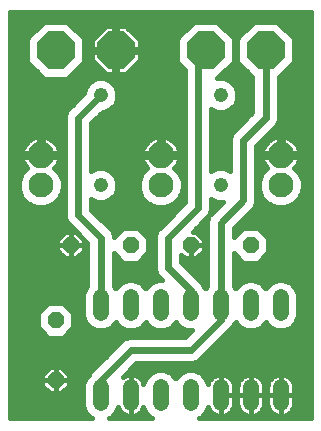
<source format=gbl>
G75*
G70*
%OFA0B0*%
%FSLAX24Y24*%
%IPPOS*%
%LPD*%
%AMOC8*
5,1,8,0,0,1.08239X$1,22.5*
%
%ADD10C,0.0520*%
%ADD11C,0.0886*%
%ADD12C,0.0827*%
%ADD13C,0.0476*%
%ADD14OC8,0.0520*%
%ADD15OC8,0.1250*%
%ADD16C,0.0160*%
%ADD17C,0.0240*%
D10*
X003680Y001170D02*
X003680Y001690D01*
X004680Y001690D02*
X004680Y001170D01*
X005680Y001170D02*
X005680Y001690D01*
X006680Y001690D02*
X006680Y001170D01*
X007680Y001170D02*
X007680Y001690D01*
X008680Y001690D02*
X008680Y001170D01*
X009680Y001170D02*
X009680Y001690D01*
X009680Y004170D02*
X009680Y004690D01*
X008680Y004690D02*
X008680Y004170D01*
X007680Y004170D02*
X007680Y004690D01*
X006680Y004690D02*
X006680Y004170D01*
X005680Y004170D02*
X005680Y004690D01*
X004680Y004690D02*
X004680Y004170D01*
X003680Y004170D02*
X003680Y004690D01*
D11*
X001680Y009430D03*
X005680Y009430D03*
X009680Y009430D03*
D12*
X009680Y008430D03*
X005680Y008430D03*
X001680Y008430D03*
D13*
X003680Y008430D03*
X003680Y011430D03*
X007680Y011430D03*
X007680Y008430D03*
D14*
X006680Y006430D03*
X004680Y006430D03*
X002680Y006430D03*
X002180Y003930D03*
X002180Y001930D03*
X008680Y006430D03*
D15*
X009180Y012930D03*
X007180Y012930D03*
X004180Y012930D03*
X002180Y012930D03*
D16*
X000660Y014200D02*
X000660Y000660D01*
X003396Y000660D01*
X003351Y000678D01*
X003188Y000841D01*
X003100Y001055D01*
X003100Y001805D01*
X003188Y002019D01*
X003277Y002108D01*
X003307Y002179D01*
X004307Y003179D01*
X004431Y003303D01*
X004592Y003370D01*
X006498Y003370D01*
X006718Y003590D01*
X006565Y003590D01*
X006351Y003678D01*
X006188Y003841D01*
X006180Y003861D01*
X006172Y003841D01*
X006009Y003678D01*
X005795Y003590D01*
X005565Y003590D01*
X005351Y003678D01*
X005188Y003841D01*
X005180Y003861D01*
X005172Y003841D01*
X005009Y003678D01*
X004795Y003590D01*
X004565Y003590D01*
X004351Y003678D01*
X004188Y003841D01*
X004180Y003861D01*
X004172Y003841D01*
X004009Y003678D01*
X003795Y003590D01*
X003565Y003590D01*
X003351Y003678D01*
X003188Y003841D01*
X003100Y004055D01*
X003100Y004805D01*
X003188Y005019D01*
X003240Y005070D01*
X003240Y006498D01*
X002681Y007057D01*
X002557Y007181D01*
X002490Y007342D01*
X002490Y010768D01*
X002557Y010929D01*
X003122Y011494D01*
X003122Y011541D01*
X003207Y011746D01*
X003364Y011903D01*
X003569Y011988D01*
X003791Y011988D01*
X003996Y011903D01*
X004153Y011746D01*
X004238Y011541D01*
X004238Y011319D01*
X004153Y011114D01*
X003996Y010957D01*
X003791Y010872D01*
X003744Y010872D01*
X003370Y010498D01*
X003370Y008905D01*
X003569Y008988D01*
X003791Y008988D01*
X003996Y008903D01*
X004153Y008746D01*
X004238Y008541D01*
X004238Y008319D01*
X004153Y008114D01*
X003996Y007957D01*
X003791Y007872D01*
X003569Y007872D01*
X003370Y007955D01*
X003370Y007612D01*
X004053Y006929D01*
X004120Y006768D01*
X004120Y006690D01*
X004440Y007010D01*
X004920Y007010D01*
X005260Y006670D01*
X005260Y006190D01*
X004920Y005850D01*
X004440Y005850D01*
X004120Y006170D01*
X004120Y005070D01*
X004172Y005019D01*
X004180Y004999D01*
X004188Y005019D01*
X004351Y005182D01*
X004565Y005270D01*
X004795Y005270D01*
X005009Y005182D01*
X005172Y005019D01*
X005180Y004999D01*
X005188Y005019D01*
X005351Y005182D01*
X005565Y005270D01*
X005718Y005270D01*
X005557Y005431D01*
X005490Y005592D01*
X005490Y006768D01*
X005557Y006929D01*
X005681Y007053D01*
X006490Y007862D01*
X006490Y012284D01*
X006235Y012539D01*
X006235Y013321D01*
X006789Y013875D01*
X007571Y013875D01*
X008125Y013321D01*
X008125Y012539D01*
X007574Y011988D01*
X007791Y011988D01*
X007996Y011903D01*
X008153Y011746D01*
X008238Y011541D01*
X008238Y011319D01*
X008153Y011114D01*
X007996Y010957D01*
X007791Y010872D01*
X007569Y010872D01*
X007370Y010955D01*
X007370Y008905D01*
X007569Y008988D01*
X007791Y008988D01*
X007990Y008905D01*
X007990Y010018D01*
X008057Y010179D01*
X008181Y010303D01*
X008740Y010862D01*
X008740Y012034D01*
X008235Y012539D01*
X008235Y013321D01*
X008789Y013875D01*
X009571Y013875D01*
X010125Y013321D01*
X010125Y012539D01*
X009620Y012034D01*
X009620Y010592D01*
X009553Y010431D01*
X008870Y009748D01*
X008870Y007842D01*
X008803Y007681D01*
X008120Y006998D01*
X008120Y006690D01*
X008440Y007010D01*
X008920Y007010D01*
X009260Y006670D01*
X009260Y006190D01*
X008920Y005850D01*
X008440Y005850D01*
X008120Y006170D01*
X008120Y005070D01*
X008172Y005019D01*
X008180Y004999D01*
X008188Y005019D01*
X008351Y005182D01*
X008565Y005270D01*
X008795Y005270D01*
X009009Y005182D01*
X009172Y005019D01*
X009180Y004999D01*
X009188Y005019D01*
X009351Y005182D01*
X009565Y005270D01*
X009795Y005270D01*
X010009Y005182D01*
X010172Y005019D01*
X010260Y004805D01*
X010260Y004055D01*
X010172Y003841D01*
X010009Y003678D01*
X009795Y003590D01*
X009565Y003590D01*
X009351Y003678D01*
X009188Y003841D01*
X009180Y003861D01*
X009172Y003841D01*
X009009Y003678D01*
X008795Y003590D01*
X008565Y003590D01*
X008351Y003678D01*
X008188Y003841D01*
X008180Y003861D01*
X008172Y003841D01*
X008083Y003752D01*
X008053Y003681D01*
X007929Y003557D01*
X006929Y002557D01*
X006768Y002490D01*
X004862Y002490D01*
X004410Y002038D01*
X004449Y002066D01*
X004511Y002098D01*
X004577Y002119D01*
X004645Y002130D01*
X004680Y002130D01*
X004680Y001430D01*
X004680Y001430D01*
X004680Y002130D01*
X004715Y002130D01*
X004783Y002119D01*
X004849Y002098D01*
X004911Y002066D01*
X004967Y002026D01*
X005016Y001977D01*
X005056Y001921D01*
X005088Y001859D01*
X005103Y001812D01*
X005188Y002019D01*
X005351Y002182D01*
X005565Y002270D01*
X005795Y002270D01*
X006009Y002182D01*
X006172Y002019D01*
X006180Y001999D01*
X006188Y002019D01*
X006351Y002182D01*
X006565Y002270D01*
X006795Y002270D01*
X007009Y002182D01*
X007172Y002019D01*
X007257Y001812D01*
X007272Y001859D01*
X007304Y001921D01*
X007344Y001977D01*
X007393Y002026D01*
X007449Y002066D01*
X007511Y002098D01*
X007577Y002119D01*
X007645Y002130D01*
X007680Y002130D01*
X007680Y001430D01*
X007680Y001430D01*
X008120Y001430D01*
X008120Y001725D01*
X008109Y001793D01*
X008088Y001859D01*
X008056Y001921D01*
X008016Y001977D01*
X007967Y002026D01*
X007911Y002066D01*
X007849Y002098D01*
X007783Y002119D01*
X007715Y002130D01*
X007680Y002130D01*
X007680Y001430D01*
X007680Y001430D01*
X008120Y001430D01*
X008120Y001135D01*
X008109Y001067D01*
X008088Y001001D01*
X008056Y000939D01*
X008016Y000883D01*
X007967Y000834D01*
X007911Y000794D01*
X007849Y000762D01*
X007783Y000741D01*
X007715Y000730D01*
X007680Y000730D01*
X007680Y001430D01*
X007680Y001430D01*
X007680Y000730D01*
X007645Y000730D01*
X007577Y000741D01*
X007511Y000762D01*
X007449Y000794D01*
X007393Y000834D01*
X007344Y000883D01*
X007304Y000939D01*
X007272Y001001D01*
X007257Y001048D01*
X007172Y000841D01*
X007009Y000678D01*
X006964Y000660D01*
X010700Y000660D01*
X010700Y014200D01*
X000660Y014200D01*
X000660Y014128D02*
X010700Y014128D01*
X010700Y013970D02*
X000660Y013970D01*
X000660Y013811D02*
X001725Y013811D01*
X001789Y013875D02*
X001235Y013321D01*
X001235Y012539D01*
X001789Y011985D01*
X002571Y011985D01*
X003125Y012539D01*
X003125Y013321D01*
X002571Y013875D01*
X001789Y013875D01*
X001566Y013653D02*
X000660Y013653D01*
X000660Y013494D02*
X001408Y013494D01*
X001249Y013336D02*
X000660Y013336D01*
X000660Y013177D02*
X001235Y013177D01*
X001235Y013019D02*
X000660Y013019D01*
X000660Y012860D02*
X001235Y012860D01*
X001235Y012702D02*
X000660Y012702D01*
X000660Y012543D02*
X001235Y012543D01*
X001389Y012385D02*
X000660Y012385D01*
X000660Y012226D02*
X001548Y012226D01*
X001706Y012068D02*
X000660Y012068D01*
X000660Y011909D02*
X003379Y011909D01*
X003212Y011751D02*
X000660Y011751D01*
X000660Y011592D02*
X003143Y011592D01*
X003061Y011434D02*
X000660Y011434D01*
X000660Y011275D02*
X002903Y011275D01*
X002744Y011117D02*
X000660Y011117D01*
X000660Y010958D02*
X002586Y010958D01*
X002503Y010800D02*
X000660Y010800D01*
X000660Y010641D02*
X002490Y010641D01*
X002490Y010483D02*
X000660Y010483D01*
X000660Y010324D02*
X002490Y010324D01*
X002490Y010166D02*
X000660Y010166D01*
X000660Y010007D02*
X001440Y010007D01*
X001441Y010007D02*
X001354Y009963D01*
X001274Y009905D01*
X001205Y009836D01*
X001147Y009756D01*
X001103Y009669D01*
X001072Y009576D01*
X001060Y009498D01*
X001612Y009498D01*
X001612Y009362D01*
X001060Y009362D01*
X001072Y009284D01*
X001103Y009191D01*
X001147Y009104D01*
X001205Y009024D01*
X001221Y009008D01*
X001058Y008845D01*
X000947Y008576D01*
X000947Y008284D01*
X001058Y008015D01*
X001265Y007808D01*
X001534Y007697D01*
X001826Y007697D01*
X002095Y007808D01*
X002302Y008015D01*
X002413Y008284D01*
X002413Y008576D01*
X002302Y008845D01*
X002139Y009008D01*
X002155Y009024D01*
X002213Y009104D01*
X002257Y009191D01*
X002288Y009284D01*
X002300Y009362D01*
X001748Y009362D01*
X001748Y009498D01*
X001612Y009498D01*
X001612Y010050D01*
X001534Y010038D01*
X001441Y010007D01*
X001612Y010007D02*
X001748Y010007D01*
X001748Y010050D02*
X001748Y009498D01*
X002300Y009498D01*
X002288Y009576D01*
X002257Y009669D01*
X002213Y009756D01*
X002155Y009836D01*
X002086Y009905D01*
X002006Y009963D01*
X001919Y010007D01*
X001826Y010038D01*
X001748Y010050D01*
X001920Y010007D02*
X002490Y010007D01*
X002490Y009849D02*
X002142Y009849D01*
X002247Y009690D02*
X002490Y009690D01*
X002490Y009532D02*
X002295Y009532D01*
X002490Y009373D02*
X001748Y009373D01*
X001612Y009373D02*
X000660Y009373D01*
X000660Y009215D02*
X001095Y009215D01*
X001182Y009056D02*
X000660Y009056D01*
X000660Y008898D02*
X001110Y008898D01*
X001014Y008739D02*
X000660Y008739D01*
X000660Y008581D02*
X000949Y008581D01*
X000947Y008422D02*
X000660Y008422D01*
X000660Y008264D02*
X000955Y008264D01*
X001021Y008105D02*
X000660Y008105D01*
X000660Y007947D02*
X001126Y007947D01*
X001313Y007788D02*
X000660Y007788D01*
X000660Y007630D02*
X002490Y007630D01*
X002490Y007788D02*
X002047Y007788D01*
X002234Y007947D02*
X002490Y007947D01*
X002490Y008105D02*
X002339Y008105D01*
X002405Y008264D02*
X002490Y008264D01*
X002490Y008422D02*
X002413Y008422D01*
X002411Y008581D02*
X002490Y008581D01*
X002490Y008739D02*
X002346Y008739D01*
X002250Y008898D02*
X002490Y008898D01*
X002490Y009056D02*
X002178Y009056D01*
X002265Y009215D02*
X002490Y009215D01*
X001748Y009532D02*
X001612Y009532D01*
X001612Y009690D02*
X001748Y009690D01*
X001748Y009849D02*
X001612Y009849D01*
X001218Y009849D02*
X000660Y009849D01*
X000660Y009690D02*
X001113Y009690D01*
X001065Y009532D02*
X000660Y009532D01*
X000660Y007471D02*
X002490Y007471D01*
X002502Y007313D02*
X000660Y007313D01*
X000660Y007154D02*
X002584Y007154D01*
X002742Y006996D02*
X000660Y006996D01*
X000660Y006837D02*
X002465Y006837D01*
X002498Y006870D02*
X002240Y006612D01*
X002240Y006430D01*
X002680Y006430D01*
X003120Y006430D01*
X003120Y006612D01*
X002862Y006870D01*
X002680Y006870D01*
X002680Y006430D01*
X002680Y006430D01*
X002680Y006430D01*
X003120Y006430D01*
X003120Y006248D01*
X002862Y005990D01*
X002680Y005990D01*
X002680Y006430D01*
X002680Y006430D01*
X002680Y006430D01*
X002680Y006870D01*
X002498Y006870D01*
X002680Y006837D02*
X002680Y006837D01*
X002680Y006679D02*
X002680Y006679D01*
X002680Y006520D02*
X002680Y006520D01*
X002680Y006430D02*
X002240Y006430D01*
X002240Y006248D01*
X002498Y005990D01*
X002680Y005990D01*
X002680Y006430D01*
X002680Y006362D02*
X002680Y006362D01*
X002680Y006203D02*
X002680Y006203D01*
X002680Y006045D02*
X002680Y006045D01*
X002917Y006045D02*
X003240Y006045D01*
X003240Y006203D02*
X003075Y006203D01*
X003120Y006362D02*
X003240Y006362D01*
X003218Y006520D02*
X003120Y006520D01*
X003059Y006679D02*
X003054Y006679D01*
X002901Y006837D02*
X002895Y006837D01*
X002306Y006679D02*
X000660Y006679D01*
X000660Y006520D02*
X002240Y006520D01*
X002240Y006362D02*
X000660Y006362D01*
X000660Y006203D02*
X002285Y006203D01*
X002443Y006045D02*
X000660Y006045D01*
X000660Y005886D02*
X003240Y005886D01*
X003240Y005728D02*
X000660Y005728D01*
X000660Y005569D02*
X003240Y005569D01*
X003240Y005411D02*
X000660Y005411D01*
X000660Y005252D02*
X003240Y005252D01*
X003240Y005094D02*
X000660Y005094D01*
X000660Y004935D02*
X003154Y004935D01*
X003100Y004777D02*
X000660Y004777D01*
X000660Y004618D02*
X003100Y004618D01*
X003100Y004460D02*
X002471Y004460D01*
X002420Y004510D02*
X001940Y004510D01*
X001600Y004170D01*
X001600Y003690D01*
X001940Y003350D01*
X002420Y003350D01*
X002760Y003690D01*
X002760Y004170D01*
X002420Y004510D01*
X002629Y004301D02*
X003100Y004301D01*
X003100Y004143D02*
X002760Y004143D01*
X002760Y003984D02*
X003129Y003984D01*
X003204Y003826D02*
X002760Y003826D01*
X002737Y003667D02*
X003379Y003667D01*
X003981Y003667D02*
X004379Y003667D01*
X004204Y003826D02*
X004156Y003826D01*
X004544Y003350D02*
X002420Y003350D01*
X002579Y003509D02*
X006636Y003509D01*
X006379Y003667D02*
X005981Y003667D01*
X006156Y003826D02*
X006204Y003826D01*
X005379Y003667D02*
X004981Y003667D01*
X005156Y003826D02*
X005204Y003826D01*
X004319Y003192D02*
X000660Y003192D01*
X000660Y003350D02*
X001940Y003350D01*
X001781Y003509D02*
X000660Y003509D01*
X000660Y003667D02*
X001623Y003667D01*
X001600Y003826D02*
X000660Y003826D01*
X000660Y003984D02*
X001600Y003984D01*
X001600Y004143D02*
X000660Y004143D01*
X000660Y004301D02*
X001731Y004301D01*
X001889Y004460D02*
X000660Y004460D01*
X000660Y003033D02*
X004161Y003033D01*
X004002Y002875D02*
X000660Y002875D01*
X000660Y002716D02*
X003844Y002716D01*
X003685Y002558D02*
X000660Y002558D01*
X000660Y002399D02*
X003527Y002399D01*
X003368Y002241D02*
X002492Y002241D01*
X002620Y002112D02*
X002362Y002370D01*
X002180Y002370D01*
X002180Y001930D01*
X002180Y001930D01*
X002620Y001930D01*
X002620Y002112D01*
X002620Y002082D02*
X003252Y002082D01*
X003149Y001924D02*
X002620Y001924D01*
X002620Y001930D02*
X002180Y001930D01*
X002180Y001930D01*
X002180Y001930D01*
X001740Y001930D01*
X001740Y002112D01*
X001998Y002370D01*
X002180Y002370D01*
X002180Y001930D01*
X002180Y001490D01*
X002362Y001490D01*
X002620Y001748D01*
X002620Y001930D01*
X002620Y001765D02*
X003100Y001765D01*
X003100Y001607D02*
X002479Y001607D01*
X002180Y001607D02*
X002180Y001607D01*
X002180Y001490D02*
X002180Y001930D01*
X002180Y001930D01*
X001740Y001930D01*
X001740Y001748D01*
X001998Y001490D01*
X002180Y001490D01*
X002180Y001765D02*
X002180Y001765D01*
X002180Y001924D02*
X002180Y001924D01*
X002180Y002082D02*
X002180Y002082D01*
X002180Y002241D02*
X002180Y002241D01*
X001868Y002241D02*
X000660Y002241D01*
X000660Y002082D02*
X001740Y002082D01*
X001740Y001924D02*
X000660Y001924D01*
X000660Y001765D02*
X001740Y001765D01*
X001881Y001607D02*
X000660Y001607D01*
X000660Y001448D02*
X003100Y001448D01*
X003100Y001290D02*
X000660Y001290D01*
X000660Y001131D02*
X003100Y001131D01*
X003134Y000973D02*
X000660Y000973D01*
X000660Y000814D02*
X003216Y000814D01*
X003964Y000660D02*
X005396Y000660D01*
X005351Y000678D01*
X005188Y000841D01*
X005103Y001048D01*
X005088Y001001D01*
X005056Y000939D01*
X005016Y000883D01*
X004967Y000834D01*
X004911Y000794D01*
X004849Y000762D01*
X004783Y000741D01*
X004715Y000730D01*
X004680Y000730D01*
X004680Y001430D01*
X004680Y001430D01*
X004680Y000730D01*
X004645Y000730D01*
X004577Y000741D01*
X004511Y000762D01*
X004449Y000794D01*
X004393Y000834D01*
X004344Y000883D01*
X004304Y000939D01*
X004272Y001001D01*
X004257Y001048D01*
X004172Y000841D01*
X004009Y000678D01*
X003964Y000660D01*
X004144Y000814D02*
X004421Y000814D01*
X004287Y000973D02*
X004226Y000973D01*
X004680Y000973D02*
X004680Y000973D01*
X004680Y001131D02*
X004680Y001131D01*
X004680Y001290D02*
X004680Y001290D01*
X004680Y001448D02*
X004680Y001448D01*
X004680Y001607D02*
X004680Y001607D01*
X004680Y001765D02*
X004680Y001765D01*
X004680Y001924D02*
X004680Y001924D01*
X004680Y002082D02*
X004680Y002082D01*
X004613Y002241D02*
X005493Y002241D01*
X005252Y002082D02*
X004880Y002082D01*
X005054Y001924D02*
X005149Y001924D01*
X004771Y002399D02*
X010700Y002399D01*
X010700Y002241D02*
X006867Y002241D01*
X007108Y002082D02*
X007480Y002082D01*
X007680Y002082D02*
X007680Y002082D01*
X007680Y001924D02*
X007680Y001924D01*
X007680Y001765D02*
X007680Y001765D01*
X007680Y001607D02*
X007680Y001607D01*
X007680Y001448D02*
X007680Y001448D01*
X007680Y001290D02*
X007680Y001290D01*
X007680Y001131D02*
X007680Y001131D01*
X007680Y000973D02*
X007680Y000973D01*
X007680Y000814D02*
X007680Y000814D01*
X007939Y000814D02*
X008421Y000814D01*
X008393Y000834D02*
X008449Y000794D01*
X008511Y000762D01*
X008577Y000741D01*
X008645Y000730D01*
X008680Y000730D01*
X008715Y000730D01*
X008783Y000741D01*
X008849Y000762D01*
X008911Y000794D01*
X008967Y000834D01*
X009016Y000883D01*
X009056Y000939D01*
X009088Y001001D01*
X009109Y001067D01*
X009120Y001135D01*
X009120Y001430D01*
X009120Y001725D01*
X009109Y001793D01*
X009088Y001859D01*
X009056Y001921D01*
X009016Y001977D01*
X008967Y002026D01*
X008911Y002066D01*
X008849Y002098D01*
X008783Y002119D01*
X008715Y002130D01*
X008680Y002130D01*
X008680Y001430D01*
X009120Y001430D01*
X008680Y001430D01*
X008680Y001430D01*
X008680Y001430D01*
X008680Y000730D01*
X008680Y001430D01*
X008680Y001430D01*
X008680Y001430D01*
X008240Y001430D01*
X008240Y001725D01*
X008251Y001793D01*
X008272Y001859D01*
X008304Y001921D01*
X008344Y001977D01*
X008393Y002026D01*
X008449Y002066D01*
X008511Y002098D01*
X008577Y002119D01*
X008645Y002130D01*
X008680Y002130D01*
X008680Y001430D01*
X008240Y001430D01*
X008240Y001135D01*
X008251Y001067D01*
X008272Y001001D01*
X008304Y000939D01*
X008344Y000883D01*
X008393Y000834D01*
X008287Y000973D02*
X008073Y000973D01*
X008119Y001131D02*
X008241Y001131D01*
X008240Y001290D02*
X008120Y001290D01*
X008120Y001448D02*
X008240Y001448D01*
X008240Y001607D02*
X008120Y001607D01*
X008114Y001765D02*
X008246Y001765D01*
X008306Y001924D02*
X008054Y001924D01*
X007880Y002082D02*
X008480Y002082D01*
X008680Y002082D02*
X008680Y002082D01*
X008680Y001924D02*
X008680Y001924D01*
X008680Y001765D02*
X008680Y001765D01*
X008680Y001607D02*
X008680Y001607D01*
X008680Y001448D02*
X008680Y001448D01*
X008680Y001290D02*
X008680Y001290D01*
X008680Y001131D02*
X008680Y001131D01*
X008680Y000973D02*
X008680Y000973D01*
X008680Y000814D02*
X008680Y000814D01*
X008939Y000814D02*
X009421Y000814D01*
X009393Y000834D02*
X009449Y000794D01*
X009511Y000762D01*
X009577Y000741D01*
X009645Y000730D01*
X009680Y000730D01*
X009715Y000730D01*
X009783Y000741D01*
X009849Y000762D01*
X009911Y000794D01*
X009967Y000834D01*
X010016Y000883D01*
X010056Y000939D01*
X010088Y001001D01*
X010109Y001067D01*
X010120Y001135D01*
X010120Y001430D01*
X010120Y001725D01*
X010109Y001793D01*
X010088Y001859D01*
X010056Y001921D01*
X010016Y001977D01*
X009967Y002026D01*
X009911Y002066D01*
X009849Y002098D01*
X009783Y002119D01*
X009715Y002130D01*
X009680Y002130D01*
X009680Y001430D01*
X010120Y001430D01*
X009680Y001430D01*
X009680Y001430D01*
X009680Y001430D01*
X009680Y000730D01*
X009680Y001430D01*
X009680Y001430D01*
X009680Y001430D01*
X009240Y001430D01*
X009240Y001725D01*
X009251Y001793D01*
X009272Y001859D01*
X009304Y001921D01*
X009344Y001977D01*
X009393Y002026D01*
X009449Y002066D01*
X009511Y002098D01*
X009577Y002119D01*
X009645Y002130D01*
X009680Y002130D01*
X009680Y001430D01*
X009240Y001430D01*
X009240Y001135D01*
X009251Y001067D01*
X009272Y001001D01*
X009304Y000939D01*
X009344Y000883D01*
X009393Y000834D01*
X009287Y000973D02*
X009073Y000973D01*
X009119Y001131D02*
X009241Y001131D01*
X009240Y001290D02*
X009120Y001290D01*
X009120Y001448D02*
X009240Y001448D01*
X009240Y001607D02*
X009120Y001607D01*
X009114Y001765D02*
X009246Y001765D01*
X009306Y001924D02*
X009054Y001924D01*
X008880Y002082D02*
X009480Y002082D01*
X009680Y002082D02*
X009680Y002082D01*
X009880Y002082D02*
X010700Y002082D01*
X010700Y001924D02*
X010054Y001924D01*
X010114Y001765D02*
X010700Y001765D01*
X010700Y001607D02*
X010120Y001607D01*
X010120Y001448D02*
X010700Y001448D01*
X010700Y001290D02*
X010120Y001290D01*
X010119Y001131D02*
X010700Y001131D01*
X010700Y000973D02*
X010073Y000973D01*
X009939Y000814D02*
X010700Y000814D01*
X009680Y000814D02*
X009680Y000814D01*
X009680Y000973D02*
X009680Y000973D01*
X009680Y001131D02*
X009680Y001131D01*
X009680Y001290D02*
X009680Y001290D01*
X009680Y001448D02*
X009680Y001448D01*
X009680Y001607D02*
X009680Y001607D01*
X009680Y001765D02*
X009680Y001765D01*
X009680Y001924D02*
X009680Y001924D01*
X010700Y002558D02*
X006930Y002558D01*
X007088Y002716D02*
X010700Y002716D01*
X010700Y002875D02*
X007247Y002875D01*
X007405Y003033D02*
X010700Y003033D01*
X010700Y003192D02*
X007564Y003192D01*
X007722Y003350D02*
X010700Y003350D01*
X010700Y003509D02*
X007881Y003509D01*
X008039Y003667D02*
X008379Y003667D01*
X008204Y003826D02*
X008156Y003826D01*
X008981Y003667D02*
X009379Y003667D01*
X009204Y003826D02*
X009156Y003826D01*
X009981Y003667D02*
X010700Y003667D01*
X010700Y003826D02*
X010156Y003826D01*
X010231Y003984D02*
X010700Y003984D01*
X010700Y004143D02*
X010260Y004143D01*
X010260Y004301D02*
X010700Y004301D01*
X010700Y004460D02*
X010260Y004460D01*
X010260Y004618D02*
X010700Y004618D01*
X010700Y004777D02*
X010260Y004777D01*
X010206Y004935D02*
X010700Y004935D01*
X010700Y005094D02*
X010097Y005094D01*
X009839Y005252D02*
X010700Y005252D01*
X010700Y005411D02*
X008120Y005411D01*
X008120Y005569D02*
X010700Y005569D01*
X010700Y005728D02*
X008120Y005728D01*
X008120Y005886D02*
X008404Y005886D01*
X008245Y006045D02*
X008120Y006045D01*
X008120Y005252D02*
X008521Y005252D01*
X008839Y005252D02*
X009521Y005252D01*
X009263Y005094D02*
X009097Y005094D01*
X008956Y005886D02*
X010700Y005886D01*
X010700Y006045D02*
X009115Y006045D01*
X009260Y006203D02*
X010700Y006203D01*
X010700Y006362D02*
X009260Y006362D01*
X009260Y006520D02*
X010700Y006520D01*
X010700Y006679D02*
X009252Y006679D01*
X009093Y006837D02*
X010700Y006837D01*
X010700Y006996D02*
X008935Y006996D01*
X008593Y007471D02*
X010700Y007471D01*
X010700Y007313D02*
X008435Y007313D01*
X008276Y007154D02*
X010700Y007154D01*
X010700Y007630D02*
X008752Y007630D01*
X008847Y007788D02*
X009313Y007788D01*
X009265Y007808D02*
X009534Y007697D01*
X009826Y007697D01*
X010095Y007808D01*
X010302Y008015D01*
X010413Y008284D01*
X010413Y008576D01*
X010302Y008845D01*
X010139Y009008D01*
X010155Y009024D01*
X010213Y009104D01*
X010257Y009191D01*
X010288Y009284D01*
X010300Y009362D01*
X009748Y009362D01*
X009748Y009498D01*
X009612Y009498D01*
X009612Y009362D01*
X009060Y009362D01*
X009072Y009284D01*
X009103Y009191D01*
X009147Y009104D01*
X009205Y009024D01*
X009221Y009008D01*
X009058Y008845D01*
X008947Y008576D01*
X008947Y008284D01*
X009058Y008015D01*
X009265Y007808D01*
X009126Y007947D02*
X008870Y007947D01*
X008870Y008105D02*
X009021Y008105D01*
X008955Y008264D02*
X008870Y008264D01*
X008870Y008422D02*
X008947Y008422D01*
X008949Y008581D02*
X008870Y008581D01*
X008870Y008739D02*
X009014Y008739D01*
X009110Y008898D02*
X008870Y008898D01*
X008870Y009056D02*
X009182Y009056D01*
X009095Y009215D02*
X008870Y009215D01*
X008870Y009373D02*
X009612Y009373D01*
X009612Y009498D02*
X009060Y009498D01*
X009072Y009576D01*
X009103Y009669D01*
X009147Y009756D01*
X009205Y009836D01*
X009274Y009905D01*
X009354Y009963D01*
X009441Y010007D01*
X009534Y010038D01*
X009612Y010050D01*
X009612Y009498D01*
X009612Y009532D02*
X009748Y009532D01*
X009748Y009498D02*
X009748Y010050D01*
X009826Y010038D01*
X009919Y010007D01*
X010006Y009963D01*
X010086Y009905D01*
X010155Y009836D01*
X010213Y009756D01*
X010257Y009669D01*
X010288Y009576D01*
X010300Y009498D01*
X009748Y009498D01*
X009748Y009373D02*
X010700Y009373D01*
X010700Y009215D02*
X010265Y009215D01*
X010178Y009056D02*
X010700Y009056D01*
X010700Y008898D02*
X010250Y008898D01*
X010346Y008739D02*
X010700Y008739D01*
X010700Y008581D02*
X010411Y008581D01*
X010413Y008422D02*
X010700Y008422D01*
X010700Y008264D02*
X010405Y008264D01*
X010339Y008105D02*
X010700Y008105D01*
X010700Y007947D02*
X010234Y007947D01*
X010047Y007788D02*
X010700Y007788D01*
X010700Y009532D02*
X010295Y009532D01*
X010247Y009690D02*
X010700Y009690D01*
X010700Y009849D02*
X010142Y009849D01*
X009920Y010007D02*
X010700Y010007D01*
X010700Y010166D02*
X009288Y010166D01*
X009440Y010007D02*
X009129Y010007D01*
X009218Y009849D02*
X008971Y009849D01*
X008870Y009690D02*
X009113Y009690D01*
X009065Y009532D02*
X008870Y009532D01*
X009446Y010324D02*
X010700Y010324D01*
X010700Y010483D02*
X009574Y010483D01*
X009620Y010641D02*
X010700Y010641D01*
X010700Y010800D02*
X009620Y010800D01*
X009620Y010958D02*
X010700Y010958D01*
X010700Y011117D02*
X009620Y011117D01*
X009620Y011275D02*
X010700Y011275D01*
X010700Y011434D02*
X009620Y011434D01*
X009620Y011592D02*
X010700Y011592D01*
X010700Y011751D02*
X009620Y011751D01*
X009620Y011909D02*
X010700Y011909D01*
X010700Y012068D02*
X009654Y012068D01*
X009812Y012226D02*
X010700Y012226D01*
X010700Y012385D02*
X009971Y012385D01*
X010125Y012543D02*
X010700Y012543D01*
X010700Y012702D02*
X010125Y012702D01*
X010125Y012860D02*
X010700Y012860D01*
X010700Y013019D02*
X010125Y013019D01*
X010125Y013177D02*
X010700Y013177D01*
X010700Y013336D02*
X010111Y013336D01*
X009952Y013494D02*
X010700Y013494D01*
X010700Y013653D02*
X009794Y013653D01*
X009635Y013811D02*
X010700Y013811D01*
X008725Y013811D02*
X007635Y013811D01*
X007794Y013653D02*
X008566Y013653D01*
X008408Y013494D02*
X007952Y013494D01*
X008111Y013336D02*
X008249Y013336D01*
X008235Y013177D02*
X008125Y013177D01*
X008125Y013019D02*
X008235Y013019D01*
X008235Y012860D02*
X008125Y012860D01*
X008125Y012702D02*
X008235Y012702D01*
X008235Y012543D02*
X008125Y012543D01*
X007971Y012385D02*
X008389Y012385D01*
X008548Y012226D02*
X007812Y012226D01*
X007654Y012068D02*
X008706Y012068D01*
X008740Y011909D02*
X007981Y011909D01*
X008148Y011751D02*
X008740Y011751D01*
X008740Y011592D02*
X008217Y011592D01*
X008238Y011434D02*
X008740Y011434D01*
X008740Y011275D02*
X008220Y011275D01*
X008154Y011117D02*
X008740Y011117D01*
X008740Y010958D02*
X007997Y010958D01*
X008360Y010483D02*
X007370Y010483D01*
X007370Y010641D02*
X008519Y010641D01*
X008677Y010800D02*
X007370Y010800D01*
X007370Y010324D02*
X008202Y010324D01*
X008051Y010166D02*
X007370Y010166D01*
X007370Y010007D02*
X007990Y010007D01*
X007990Y009849D02*
X007370Y009849D01*
X007370Y009690D02*
X007990Y009690D01*
X007990Y009532D02*
X007370Y009532D01*
X007370Y009373D02*
X007990Y009373D01*
X007990Y009215D02*
X007370Y009215D01*
X007370Y009056D02*
X007990Y009056D01*
X007569Y007872D02*
X007370Y007955D01*
X007370Y007592D01*
X007303Y007431D01*
X006742Y006870D01*
X006862Y006870D01*
X007120Y006612D01*
X007120Y006430D01*
X006680Y006430D01*
X006680Y006430D01*
X007120Y006430D01*
X007120Y006248D01*
X006862Y005990D01*
X006680Y005990D01*
X006680Y006430D01*
X006680Y006430D01*
X006680Y005990D01*
X006498Y005990D01*
X006370Y006118D01*
X006370Y005862D01*
X006929Y005303D01*
X007053Y005179D01*
X007083Y005108D01*
X007172Y005019D01*
X007180Y004999D01*
X007188Y005019D01*
X007240Y005070D01*
X007240Y007268D01*
X007307Y007429D01*
X007431Y007553D01*
X007750Y007872D01*
X007569Y007872D01*
X007666Y007788D02*
X007370Y007788D01*
X007370Y007630D02*
X007507Y007630D01*
X007349Y007471D02*
X007320Y007471D01*
X007259Y007313D02*
X007185Y007313D01*
X007240Y007154D02*
X007026Y007154D01*
X006868Y006996D02*
X007240Y006996D01*
X007240Y006837D02*
X006895Y006837D01*
X007054Y006679D02*
X007240Y006679D01*
X007240Y006520D02*
X007120Y006520D01*
X007120Y006362D02*
X007240Y006362D01*
X007240Y006203D02*
X007075Y006203D01*
X006917Y006045D02*
X007240Y006045D01*
X007240Y005886D02*
X006370Y005886D01*
X006370Y006045D02*
X006443Y006045D01*
X006680Y006045D02*
X006680Y006045D01*
X006680Y006203D02*
X006680Y006203D01*
X006680Y006362D02*
X006680Y006362D01*
X006505Y005728D02*
X007240Y005728D01*
X007240Y005569D02*
X006663Y005569D01*
X006822Y005411D02*
X007240Y005411D01*
X007240Y005252D02*
X006980Y005252D01*
X007097Y005094D02*
X007240Y005094D01*
X008120Y005094D02*
X008263Y005094D01*
X008267Y006837D02*
X008120Y006837D01*
X008120Y006996D02*
X008425Y006996D01*
X007390Y007947D02*
X007370Y007947D01*
X006490Y007947D02*
X006234Y007947D01*
X006302Y008015D02*
X006095Y007808D01*
X005826Y007697D01*
X005534Y007697D01*
X005265Y007808D01*
X005058Y008015D01*
X004947Y008284D01*
X004947Y008576D01*
X005058Y008845D01*
X005221Y009008D01*
X005205Y009024D01*
X005147Y009104D01*
X005103Y009191D01*
X005072Y009284D01*
X005060Y009362D01*
X005612Y009362D01*
X005612Y009498D01*
X005060Y009498D01*
X005072Y009576D01*
X005103Y009669D01*
X005147Y009756D01*
X005205Y009836D01*
X005274Y009905D01*
X005354Y009963D01*
X005441Y010007D01*
X005534Y010038D01*
X005612Y010050D01*
X005612Y009498D01*
X005748Y009498D01*
X005748Y010050D01*
X005826Y010038D01*
X005919Y010007D01*
X006006Y009963D01*
X006086Y009905D01*
X006155Y009836D01*
X006213Y009756D01*
X006257Y009669D01*
X006288Y009576D01*
X006300Y009498D01*
X005748Y009498D01*
X005748Y009362D01*
X006300Y009362D01*
X006288Y009284D01*
X006257Y009191D01*
X006213Y009104D01*
X006155Y009024D01*
X006139Y009008D01*
X006302Y008845D01*
X006413Y008576D01*
X006413Y008284D01*
X006302Y008015D01*
X006339Y008105D02*
X006490Y008105D01*
X006490Y008264D02*
X006405Y008264D01*
X006413Y008422D02*
X006490Y008422D01*
X006490Y008581D02*
X006411Y008581D01*
X006346Y008739D02*
X006490Y008739D01*
X006490Y008898D02*
X006250Y008898D01*
X006178Y009056D02*
X006490Y009056D01*
X006490Y009215D02*
X006265Y009215D01*
X006490Y009373D02*
X005748Y009373D01*
X005612Y009373D02*
X003370Y009373D01*
X003370Y009215D02*
X005095Y009215D01*
X005182Y009056D02*
X003370Y009056D01*
X003370Y009532D02*
X005065Y009532D01*
X005113Y009690D02*
X003370Y009690D01*
X003370Y009849D02*
X005218Y009849D01*
X005440Y010007D02*
X003370Y010007D01*
X003370Y010166D02*
X006490Y010166D01*
X006490Y010324D02*
X003370Y010324D01*
X003370Y010483D02*
X006490Y010483D01*
X006490Y010641D02*
X003513Y010641D01*
X003672Y010800D02*
X006490Y010800D01*
X006490Y010958D02*
X003997Y010958D01*
X004154Y011117D02*
X006490Y011117D01*
X006490Y011275D02*
X004220Y011275D01*
X004238Y011434D02*
X006490Y011434D01*
X006490Y011592D02*
X004217Y011592D01*
X004148Y011751D02*
X006490Y011751D01*
X006490Y011909D02*
X003981Y011909D01*
X003847Y012125D02*
X004130Y012125D01*
X004130Y012880D01*
X004230Y012880D01*
X004230Y012980D01*
X004985Y012980D01*
X004985Y013263D01*
X004513Y013735D01*
X004230Y013735D01*
X004230Y012980D01*
X004130Y012980D01*
X004130Y013735D01*
X003847Y013735D01*
X003375Y013263D01*
X003375Y012980D01*
X004130Y012980D01*
X004130Y012880D01*
X003375Y012880D01*
X003375Y012597D01*
X003847Y012125D01*
X003746Y012226D02*
X002812Y012226D01*
X002654Y012068D02*
X006490Y012068D01*
X006490Y012226D02*
X004614Y012226D01*
X004513Y012125D02*
X004985Y012597D01*
X004985Y012880D01*
X004230Y012880D01*
X004230Y012125D01*
X004513Y012125D01*
X004230Y012226D02*
X004130Y012226D01*
X004130Y012385D02*
X004230Y012385D01*
X004230Y012543D02*
X004130Y012543D01*
X004130Y012702D02*
X004230Y012702D01*
X004230Y012860D02*
X004130Y012860D01*
X004130Y013019D02*
X004230Y013019D01*
X004230Y013177D02*
X004130Y013177D01*
X004130Y013336D02*
X004230Y013336D01*
X004230Y013494D02*
X004130Y013494D01*
X004130Y013653D02*
X004230Y013653D01*
X004596Y013653D02*
X006566Y013653D01*
X006408Y013494D02*
X004754Y013494D01*
X004913Y013336D02*
X006249Y013336D01*
X006235Y013177D02*
X004985Y013177D01*
X004985Y013019D02*
X006235Y013019D01*
X006235Y012860D02*
X004985Y012860D01*
X004985Y012702D02*
X006235Y012702D01*
X006235Y012543D02*
X004931Y012543D01*
X004773Y012385D02*
X006389Y012385D01*
X006725Y013811D02*
X002635Y013811D01*
X002794Y013653D02*
X003764Y013653D01*
X003606Y013494D02*
X002952Y013494D01*
X003111Y013336D02*
X003447Y013336D01*
X003375Y013177D02*
X003125Y013177D01*
X003125Y013019D02*
X003375Y013019D01*
X003375Y012860D02*
X003125Y012860D01*
X003125Y012702D02*
X003375Y012702D01*
X003429Y012543D02*
X003125Y012543D01*
X002971Y012385D02*
X003587Y012385D01*
X005612Y010007D02*
X005748Y010007D01*
X005748Y009849D02*
X005612Y009849D01*
X005612Y009690D02*
X005748Y009690D01*
X005748Y009532D02*
X005612Y009532D01*
X005920Y010007D02*
X006490Y010007D01*
X006490Y009849D02*
X006142Y009849D01*
X006247Y009690D02*
X006490Y009690D01*
X006490Y009532D02*
X006295Y009532D01*
X005110Y008898D02*
X004001Y008898D01*
X004156Y008739D02*
X005014Y008739D01*
X004949Y008581D02*
X004221Y008581D01*
X004238Y008422D02*
X004947Y008422D01*
X004955Y008264D02*
X004215Y008264D01*
X004144Y008105D02*
X005021Y008105D01*
X005126Y007947D02*
X003970Y007947D01*
X003511Y007471D02*
X006099Y007471D01*
X005940Y007313D02*
X003670Y007313D01*
X003828Y007154D02*
X005782Y007154D01*
X005623Y006996D02*
X004935Y006996D01*
X005093Y006837D02*
X005519Y006837D01*
X005490Y006679D02*
X005252Y006679D01*
X005260Y006520D02*
X005490Y006520D01*
X005490Y006362D02*
X005260Y006362D01*
X005260Y006203D02*
X005490Y006203D01*
X005490Y006045D02*
X005115Y006045D01*
X004956Y005886D02*
X005490Y005886D01*
X005490Y005728D02*
X004120Y005728D01*
X004120Y005886D02*
X004404Y005886D01*
X004245Y006045D02*
X004120Y006045D01*
X004120Y005569D02*
X005500Y005569D01*
X005577Y005411D02*
X004120Y005411D01*
X004120Y005252D02*
X004521Y005252D01*
X004263Y005094D02*
X004120Y005094D01*
X004839Y005252D02*
X005521Y005252D01*
X005263Y005094D02*
X005097Y005094D01*
X004267Y006837D02*
X004091Y006837D01*
X003987Y006996D02*
X004425Y006996D01*
X005313Y007788D02*
X003370Y007788D01*
X003370Y007630D02*
X006257Y007630D01*
X006416Y007788D02*
X006047Y007788D01*
X003390Y007947D02*
X003370Y007947D01*
X005867Y002241D02*
X006493Y002241D01*
X006252Y002082D02*
X006108Y002082D01*
X005134Y000973D02*
X005073Y000973D01*
X004939Y000814D02*
X005216Y000814D01*
X004680Y000814D02*
X004680Y000814D01*
X004480Y002082D02*
X004454Y002082D01*
X007144Y000814D02*
X007421Y000814D01*
X007287Y000973D02*
X007226Y000973D01*
X007211Y001924D02*
X007306Y001924D01*
X009612Y009690D02*
X009748Y009690D01*
X009748Y009849D02*
X009612Y009849D01*
X009612Y010007D02*
X009748Y010007D01*
D17*
X009180Y010680D02*
X008430Y009930D01*
X008430Y007930D01*
X007680Y007180D01*
X007680Y004430D01*
X007680Y003930D01*
X006680Y002930D01*
X004680Y002930D01*
X003680Y001930D01*
X003680Y001430D01*
X003680Y004430D02*
X003680Y006680D01*
X002930Y007430D01*
X002930Y010680D01*
X003680Y011430D01*
X006930Y012680D02*
X006930Y007680D01*
X005930Y006680D01*
X005930Y005680D01*
X006680Y004930D01*
X006680Y004430D01*
X009180Y010680D02*
X009180Y012930D01*
X007180Y012930D02*
X006930Y012680D01*
M02*

</source>
